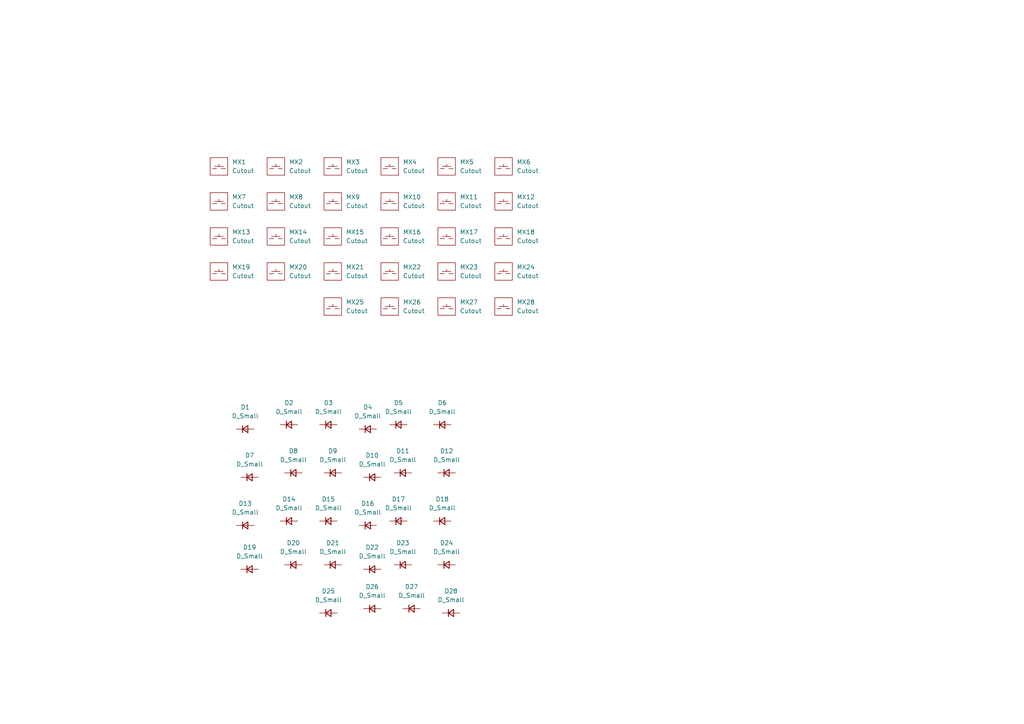
<source format=kicad_sch>
(kicad_sch (version 20231120) (generator "eeschema") (generator_version "8.0")
  (paper "A4")
  (lib_symbols
    (symbol "Device:D_Small" (pin_numbers hide) (pin_names (offset 0.254) hide)
      (property "Reference" "D" (at -1.27 2.032 0))
      (property "Value" "D_Small" (at -3.81 -2.032 0))
      (symbol "D_Small_0_1"
        (polyline (pts (xy -0.762 -1.016) (xy -0.762 1.016)) (stroke (width 0.254)))
        (polyline (pts (xy -0.762 0) (xy 0.762 0)))
        (polyline (pts (xy 0.762 -1.016) (xy -0.762 0) (xy 0.762 1.016) (xy 0.762 -1.016)) (stroke (width 0.254)))
      )
      (symbol "D_Small_1_1"
        (pin passive line (at -2.54 0 0) (length 1.778) (name "K") (number "1"))
        (pin passive line (at 2.54 0 180) (length 1.778) (name "A") (number "2"))
      )
    )
    (symbol "lib-zegonix:MX-SW-1u-Plate-Cutout"
      (property "Reference" "MX" (at 0 3.81 0))
      (property "Value" "Cutout" (at 0 -3.81 0))
      (symbol "MX-SW-1u-Plate-Cutout_0_1"
        (rectangle (start -2.54 2.54) (end 2.54 -2.54))
        (polyline (pts (xy -1.905 -0.635) (xy -0.635 -0.635)))
        (polyline (pts (xy -1.27 0) (xy 1.27 0)))
        (polyline (pts (xy 0 0.635) (xy 0 0)))
        (polyline (pts (xy 0.635 -0.635) (xy 1.905 -0.635)))
      )
    )
  )
  (symbol (lib_id "Device:D_Small") (at 128.27 123.19 0) (unit 1)
    (property "Reference" "D6" (at 128.27 116.84 0))
    (property "Value" "D_Small" (at 128.27 119.38 0))
    (property "Footprint" "Diode_SMD:D_0201_0603Metric" (effects (hide yes)))
    (property "Description" "Diode, small symbol" (effects (hide yes)))
    (property "Sim.Device" "D" (effects (hide yes)))
    (property "Sim.Pins" "1=K 2=A" (effects (hide yes)))
  )
  (symbol (lib_id "Device:D_Small") (at 115.57 123.19 0) (unit 1)
    (property "Reference" "D5" (at 115.57 116.84 0))
    (property "Value" "D_Small" (at 115.57 119.38 0))
    (property "Footprint" "Diode_SMD:D_0201_0603Metric" (effects (hide yes)))
    (property "Description" "Diode, small symbol" (effects (hide yes)))
    (property "Sim.Device" "D" (effects (hide yes)))
    (property "Sim.Pins" "1=K 2=A" (effects (hide yes)))
  )
  (symbol (lib_id "Device:D_Small") (at 130.81 177.8 0) (unit 1)
    (property "Reference" "D28" (at 130.81 171.45 0))
    (property "Value" "D_Small" (at 130.81 173.99 0))
    (property "Footprint" "Diode_SMD:D_0201_0603Metric" (effects (hide yes)))
    (property "Description" "Diode, small symbol" (effects (hide yes)))
    (property "Sim.Device" "D" (effects (hide yes)))
    (property "Sim.Pins" "1=K 2=A" (effects (hide yes)))
  )
  (symbol (lib_id "lib-zegonix:MX-SW-1u-Plate-Cutout") (at 113.03 78.74 0) (unit 1)
    (property "Reference" "MX22" (at 116.84 77.4699 0) (effects (justify left)))
    (property "Value" "Cutout" (at 116.84 80.0099 0) (effects (justify left)))
    (property "Footprint" "lib-zegonix:MX-SW-1u-Plate-Cutout" (effects (hide yes)))
  )
  (symbol (lib_id "Device:D_Small") (at 83.82 123.19 0) (unit 1)
    (property "Reference" "D2" (at 83.82 116.84 0))
    (property "Value" "D_Small" (at 83.82 119.38 0))
    (property "Footprint" "Diode_SMD:D_0201_0603Metric" (effects (hide yes)))
    (property "Description" "Diode, small symbol" (effects (hide yes)))
    (property "Sim.Device" "D" (effects (hide yes)))
    (property "Sim.Pins" "1=K 2=A" (effects (hide yes)))
  )
  (symbol (lib_id "Device:D_Small") (at 107.95 176.53 0) (unit 1)
    (property "Reference" "D26" (at 107.95 170.18 0))
    (property "Value" "D_Small" (at 107.95 172.72 0))
    (property "Footprint" "Diode_SMD:D_0201_0603Metric" (effects (hide yes)))
    (property "Description" "Diode, small symbol" (effects (hide yes)))
    (property "Sim.Device" "D" (effects (hide yes)))
    (property "Sim.Pins" "1=K 2=A" (effects (hide yes)))
  )
  (symbol (lib_id "Device:D_Small") (at 95.25 177.8 0) (unit 1)
    (property "Reference" "D25" (at 95.25 171.45 0))
    (property "Value" "D_Small" (at 95.25 173.99 0))
    (property "Footprint" "Diode_SMD:D_0201_0603Metric" (effects (hide yes)))
    (property "Description" "Diode, small symbol" (effects (hide yes)))
    (property "Sim.Device" "D" (effects (hide yes)))
    (property "Sim.Pins" "1=K 2=A" (effects (hide yes)))
  )
  (symbol (lib_id "Device:D_Small") (at 96.52 163.83 0) (unit 1)
    (property "Reference" "D21" (at 96.52 157.48 0))
    (property "Value" "D_Small" (at 96.52 160.02 0))
    (property "Footprint" "Diode_SMD:D_0201_0603Metric" (effects (hide yes)))
    (property "Description" "Diode, small symbol" (effects (hide yes)))
    (property "Sim.Device" "D" (effects (hide yes)))
    (property "Sim.Pins" "1=K 2=A" (effects (hide yes)))
  )
  (symbol (lib_id "Device:D_Small") (at 119.38 176.53 0) (unit 1)
    (property "Reference" "D27" (at 119.38 170.18 0))
    (property "Value" "D_Small" (at 119.38 172.72 0))
    (property "Footprint" "Diode_SMD:D_0201_0603Metric" (effects (hide yes)))
    (property "Description" "Diode, small symbol" (effects (hide yes)))
    (property "Sim.Device" "D" (effects (hide yes)))
    (property "Sim.Pins" "1=K 2=A" (effects (hide yes)))
  )
  (symbol (lib_id "Device:D_Small") (at 129.54 137.16 0) (unit 1)
    (property "Reference" "D12" (at 129.54 130.81 0))
    (property "Value" "D_Small" (at 129.54 133.35 0))
    (property "Footprint" "Diode_SMD:D_0201_0603Metric" (effects (hide yes)))
    (property "Description" "Diode, small symbol" (effects (hide yes)))
    (property "Sim.Device" "D" (effects (hide yes)))
    (property "Sim.Pins" "1=K 2=A" (effects (hide yes)))
  )
  (symbol (lib_id "Device:D_Small") (at 128.27 151.13 0) (unit 1)
    (property "Reference" "D18" (at 128.27 144.78 0))
    (property "Value" "D_Small" (at 128.27 147.32 0))
    (property "Footprint" "Diode_SMD:D_0201_0603Metric" (effects (hide yes)))
    (property "Description" "Diode, small symbol" (effects (hide yes)))
    (property "Sim.Device" "D" (effects (hide yes)))
    (property "Sim.Pins" "1=K 2=A" (effects (hide yes)))
  )
  (symbol (lib_id "lib-zegonix:MX-SW-1u-Plate-Cutout") (at 146.05 88.9 0) (unit 1)
    (property "Reference" "MX28" (at 149.86 87.6299 0) (effects (justify left)))
    (property "Value" "Cutout" (at 149.86 90.1699 0) (effects (justify left)))
    (property "Footprint" "lib-zegonix:MX-SW-1u-Plate-Cutout" (effects (hide yes)))
  )
  (symbol (lib_id "Device:D_Small") (at 107.95 165.1 0) (unit 1)
    (property "Reference" "D22" (at 107.95 158.75 0))
    (property "Value" "D_Small" (at 107.95 161.29 0))
    (property "Footprint" "Diode_SMD:D_0201_0603Metric" (effects (hide yes)))
    (property "Description" "Diode, small symbol" (effects (hide yes)))
    (property "Sim.Device" "D" (effects (hide yes)))
    (property "Sim.Pins" "1=K 2=A" (effects (hide yes)))
  )
  (symbol (lib_id "lib-zegonix:MX-SW-1u-Plate-Cutout") (at 129.54 78.74 0) (unit 1)
    (property "Reference" "MX23" (at 133.35 77.4699 0) (effects (justify left)))
    (property "Value" "Cutout" (at 133.35 80.0099 0) (effects (justify left)))
    (property "Footprint" "lib-zegonix:MX-SW-1u-Plate-Cutout" (effects (hide yes)))
  )
  (symbol (lib_id "lib-zegonix:MX-SW-1u-Plate-Cutout") (at 113.03 58.42 0) (unit 1)
    (property "Reference" "MX10" (at 116.84 57.1499 0) (effects (justify left)))
    (property "Value" "Cutout" (at 116.84 59.6899 0) (effects (justify left)))
    (property "Footprint" "lib-zegonix:MX-SW-1u-Plate-Cutout" (effects (hide yes)))
  )
  (symbol (lib_id "Device:D_Small") (at 107.95 138.43 0) (unit 1)
    (property "Reference" "D10" (at 107.95 132.08 0))
    (property "Value" "D_Small" (at 107.95 134.62 0))
    (property "Footprint" "Diode_SMD:D_0201_0603Metric" (effects (hide yes)))
    (property "Description" "Diode, small symbol" (effects (hide yes)))
    (property "Sim.Device" "D" (effects (hide yes)))
    (property "Sim.Pins" "1=K 2=A" (effects (hide yes)))
  )
  (symbol (lib_id "Device:D_Small") (at 85.09 163.83 0) (unit 1)
    (property "Reference" "D20" (at 85.09 157.48 0))
    (property "Value" "D_Small" (at 85.09 160.02 0))
    (property "Footprint" "Diode_SMD:D_0201_0603Metric" (effects (hide yes)))
    (property "Description" "Diode, small symbol" (effects (hide yes)))
    (property "Sim.Device" "D" (effects (hide yes)))
    (property "Sim.Pins" "1=K 2=A" (effects (hide yes)))
  )
  (symbol (lib_id "lib-zegonix:MX-SW-1u-Plate-Cutout") (at 80.01 58.42 0) (unit 1)
    (property "Reference" "MX8" (at 83.82 57.1499 0) (effects (justify left)))
    (property "Value" "Cutout" (at 83.82 59.6899 0) (effects (justify left)))
    (property "Footprint" "lib-zegonix:MX-SW-1u-Plate-Cutout" (effects (hide yes)))
  )
  (symbol (lib_id "Device:D_Small") (at 106.68 152.4 0) (unit 1)
    (property "Reference" "D16" (at 106.68 146.05 0))
    (property "Value" "D_Small" (at 106.68 148.59 0))
    (property "Footprint" "Diode_SMD:D_0201_0603Metric" (effects (hide yes)))
    (property "Description" "Diode, small symbol" (effects (hide yes)))
    (property "Sim.Device" "D" (effects (hide yes)))
    (property "Sim.Pins" "1=K 2=A" (effects (hide yes)))
  )
  (symbol (lib_id "lib-zegonix:MX-SW-1u-Plate-Cutout") (at 113.03 88.9 0) (unit 1)
    (property "Reference" "MX26" (at 116.84 87.6299 0) (effects (justify left)))
    (property "Value" "Cutout" (at 116.84 90.1699 0) (effects (justify left)))
    (property "Footprint" "lib-zegonix:MX-SW-1u-Plate-Cutout" (effects (hide yes)))
  )
  (symbol (lib_id "lib-zegonix:MX-SW-1u-Plate-Cutout") (at 63.5 68.58 0) (unit 1)
    (property "Reference" "MX13" (at 67.31 67.3099 0) (effects (justify left)))
    (property "Value" "Cutout" (at 67.31 69.8499 0) (effects (justify left)))
    (property "Footprint" "lib-zegonix:MX-SW-1u-Plate-Cutout" (effects (hide yes)))
  )
  (symbol (lib_id "lib-zegonix:MX-SW-1u-Plate-Cutout") (at 80.01 78.74 0) (unit 1)
    (property "Reference" "MX20" (at 83.82 77.4699 0) (effects (justify left)))
    (property "Value" "Cutout" (at 83.82 80.0099 0) (effects (justify left)))
    (property "Footprint" "lib-zegonix:MX-SW-1u-Plate-Cutout" (effects (hide yes)))
  )
  (symbol (lib_id "Device:D_Small") (at 129.54 163.83 0) (unit 1)
    (property "Reference" "D24" (at 129.54 157.48 0))
    (property "Value" "D_Small" (at 129.54 160.02 0))
    (property "Footprint" "Diode_SMD:D_0201_0603Metric" (effects (hide yes)))
    (property "Description" "Diode, small symbol" (effects (hide yes)))
    (property "Sim.Device" "D" (effects (hide yes)))
    (property "Sim.Pins" "1=K 2=A" (effects (hide yes)))
  )
  (symbol (lib_id "Device:D_Small") (at 115.57 151.13 0) (unit 1)
    (property "Reference" "D17" (at 115.57 144.78 0))
    (property "Value" "D_Small" (at 115.57 147.32 0))
    (property "Footprint" "Diode_SMD:D_0201_0603Metric" (effects (hide yes)))
    (property "Description" "Diode, small symbol" (effects (hide yes)))
    (property "Sim.Device" "D" (effects (hide yes)))
    (property "Sim.Pins" "1=K 2=A" (effects (hide yes)))
  )
  (symbol (lib_id "lib-zegonix:MX-SW-1u-Plate-Cutout") (at 63.5 48.26 0) (unit 1)
    (property "Reference" "MX1" (at 67.31 46.9899 0) (effects (justify left)))
    (property "Value" "Cutout" (at 67.31 49.5299 0) (effects (justify left)))
    (property "Footprint" "lib-zegonix:MX-SW-1u-Plate-Cutout" (effects (hide yes)))
  )
  (symbol (lib_id "Device:D_Small") (at 95.25 151.13 0) (unit 1)
    (property "Reference" "D15" (at 95.25 144.78 0))
    (property "Value" "D_Small" (at 95.25 147.32 0))
    (property "Footprint" "Diode_SMD:D_0201_0603Metric" (effects (hide yes)))
    (property "Description" "Diode, small symbol" (effects (hide yes)))
    (property "Sim.Device" "D" (effects (hide yes)))
    (property "Sim.Pins" "1=K 2=A" (effects (hide yes)))
  )
  (symbol (lib_id "lib-zegonix:MX-SW-1u-Plate-Cutout") (at 146.05 58.42 0) (unit 1)
    (property "Reference" "MX12" (at 149.86 57.1499 0) (effects (justify left)))
    (property "Value" "Cutout" (at 149.86 59.6899 0) (effects (justify left)))
    (property "Footprint" "lib-zegonix:MX-SW-1u-Plate-Cutout" (effects (hide yes)))
  )
  (symbol (lib_id "Device:D_Small") (at 71.12 124.46 0) (unit 1)
    (property "Reference" "D1" (at 71.12 118.11 0))
    (property "Value" "D_Small" (at 71.12 120.65 0))
    (property "Footprint" "Diode_SMD:D_0201_0603Metric" (effects (hide yes)))
    (property "Description" "Diode, small symbol" (effects (hide yes)))
    (property "Sim.Device" "D" (effects (hide yes)))
    (property "Sim.Pins" "1=K 2=A" (effects (hide yes)))
  )
  (symbol (lib_id "lib-zegonix:MX-SW-1u-Plate-Cutout") (at 63.5 58.42 0) (unit 1)
    (property "Reference" "MX7" (at 67.31 57.1499 0) (effects (justify left)))
    (property "Value" "Cutout" (at 67.31 59.6899 0) (effects (justify left)))
    (property "Footprint" "lib-zegonix:MX-SW-1u-Plate-Cutout" (effects (hide yes)))
  )
  (symbol (lib_id "lib-zegonix:MX-SW-1u-Plate-Cutout") (at 80.01 68.58 0) (unit 1)
    (property "Reference" "MX14" (at 83.82 67.3099 0) (effects (justify left)))
    (property "Value" "Cutout" (at 83.82 69.8499 0) (effects (justify left)))
    (property "Footprint" "lib-zegonix:MX-SW-1u-Plate-Cutout" (effects (hide yes)))
  )
  (symbol (lib_id "Device:D_Small") (at 116.84 163.83 0) (unit 1)
    (property "Reference" "D23" (at 116.84 157.48 0))
    (property "Value" "D_Small" (at 116.84 160.02 0))
    (property "Footprint" "Diode_SMD:D_0201_0603Metric" (effects (hide yes)))
    (property "Description" "Diode, small symbol" (effects (hide yes)))
    (property "Sim.Device" "D" (effects (hide yes)))
    (property "Sim.Pins" "1=K 2=A" (effects (hide yes)))
  )
  (symbol (lib_id "Device:D_Small") (at 116.84 137.16 0) (unit 1)
    (property "Reference" "D11" (at 116.84 130.81 0))
    (property "Value" "D_Small" (at 116.84 133.35 0))
    (property "Footprint" "Diode_SMD:D_0201_0603Metric" (effects (hide yes)))
    (property "Description" "Diode, small symbol" (effects (hide yes)))
    (property "Sim.Device" "D" (effects (hide yes)))
    (property "Sim.Pins" "1=K 2=A" (effects (hide yes)))
  )
  (symbol (lib_id "lib-zegonix:MX-SW-1u-Plate-Cutout") (at 96.52 78.74 0) (unit 1)
    (property "Reference" "MX21" (at 100.33 77.4699 0) (effects (justify left)))
    (property "Value" "Cutout" (at 100.33 80.0099 0) (effects (justify left)))
    (property "Footprint" "lib-zegonix:MX-SW-1u-Plate-Cutout" (effects (hide yes)))
  )
  (symbol (lib_id "lib-zegonix:MX-SW-1u-Plate-Cutout") (at 80.01 48.26 0) (unit 1)
    (property "Reference" "MX2" (at 83.82 46.9899 0) (effects (justify left)))
    (property "Value" "Cutout" (at 83.82 49.5299 0) (effects (justify left)))
    (property "Footprint" "lib-zegonix:MX-SW-1u-Plate-Cutout" (effects (hide yes)))
  )
  (symbol (lib_id "Device:D_Small") (at 85.09 137.16 0) (unit 1)
    (property "Reference" "D8" (at 85.09 130.81 0))
    (property "Value" "D_Small" (at 85.09 133.35 0))
    (property "Footprint" "Diode_SMD:D_0201_0603Metric" (effects (hide yes)))
    (property "Description" "Diode, small symbol" (effects (hide yes)))
    (property "Sim.Device" "D" (effects (hide yes)))
    (property "Sim.Pins" "1=K 2=A" (effects (hide yes)))
  )
  (symbol (lib_id "lib-zegonix:MX-SW-1u-Plate-Cutout") (at 129.54 48.26 0) (unit 1)
    (property "Reference" "MX5" (at 133.35 46.9899 0) (effects (justify left)))
    (property "Value" "Cutout" (at 133.35 49.5299 0) (effects (justify left)))
    (property "Footprint" "lib-zegonix:MX-SW-1u-Plate-Cutout" (effects (hide yes)))
  )
  (symbol (lib_id "lib-zegonix:MX-SW-1u-Plate-Cutout") (at 146.05 68.58 0) (unit 1)
    (property "Reference" "MX18" (at 149.86 67.3099 0) (effects (justify left)))
    (property "Value" "Cutout" (at 149.86 69.8499 0) (effects (justify left)))
    (property "Footprint" "lib-zegonix:MX-SW-1u-Plate-Cutout" (effects (hide yes)))
  )
  (symbol (lib_id "lib-zegonix:MX-SW-1u-Plate-Cutout") (at 146.05 48.26 0) (unit 1)
    (property "Reference" "MX6" (at 149.86 46.9899 0) (effects (justify left)))
    (property "Value" "Cutout" (at 149.86 49.5299 0) (effects (justify left)))
    (property "Footprint" "lib-zegonix:MX-SW-1u-Plate-Cutout" (effects (hide yes)))
  )
  (symbol (lib_id "lib-zegonix:MX-SW-1u-Plate-Cutout") (at 129.54 88.9 0) (unit 1)
    (property "Reference" "MX27" (at 133.35 87.6299 0) (effects (justify left)))
    (property "Value" "Cutout" (at 133.35 90.1699 0) (effects (justify left)))
    (property "Footprint" "lib-zegonix:MX-SW-1u-Plate-Cutout" (effects (hide yes)))
  )
  (symbol (lib_id "lib-zegonix:MX-SW-1u-Plate-Cutout") (at 146.05 78.74 0) (unit 1)
    (property "Reference" "MX24" (at 149.86 77.4699 0) (effects (justify left)))
    (property "Value" "Cutout" (at 149.86 80.0099 0) (effects (justify left)))
    (property "Footprint" "lib-zegonix:MX-SW-1u-Plate-Cutout" (effects (hide yes)))
  )
  (symbol (lib_id "lib-zegonix:MX-SW-1u-Plate-Cutout") (at 129.54 58.42 0) (unit 1)
    (property "Reference" "MX11" (at 133.35 57.1499 0) (effects (justify left)))
    (property "Value" "Cutout" (at 133.35 59.6899 0) (effects (justify left)))
    (property "Footprint" "lib-zegonix:MX-SW-1u-Plate-Cutout" (effects (hide yes)))
  )
  (symbol (lib_id "Device:D_Small") (at 96.52 137.16 0) (unit 1)
    (property "Reference" "D9" (at 96.52 130.81 0))
    (property "Value" "D_Small" (at 96.52 133.35 0))
    (property "Footprint" "Diode_SMD:D_0201_0603Metric" (effects (hide yes)))
    (property "Description" "Diode, small symbol" (effects (hide yes)))
    (property "Sim.Device" "D" (effects (hide yes)))
    (property "Sim.Pins" "1=K 2=A" (effects (hide yes)))
  )
  (symbol (lib_id "lib-zegonix:MX-SW-1u-Plate-Cutout") (at 96.52 68.58 0) (unit 1)
    (property "Reference" "MX15" (at 100.33 67.3099 0) (effects (justify left)))
    (property "Value" "Cutout" (at 100.33 69.8499 0) (effects (justify left)))
    (property "Footprint" "lib-zegonix:MX-SW-1u-Plate-Cutout" (effects (hide yes)))
  )
  (symbol (lib_id "Device:D_Small") (at 72.39 138.43 0) (unit 1)
    (property "Reference" "D7" (at 72.39 132.08 0))
    (property "Value" "D_Small" (at 72.39 134.62 0))
    (property "Footprint" "Diode_SMD:D_0201_0603Metric" (effects (hide yes)))
    (property "Description" "Diode, small symbol" (effects (hide yes)))
    (property "Sim.Device" "D" (effects (hide yes)))
    (property "Sim.Pins" "1=K 2=A" (effects (hide yes)))
  )
  (symbol (lib_id "Device:D_Small") (at 71.12 152.4 0) (unit 1)
    (property "Reference" "D13" (at 71.12 146.05 0))
    (property "Value" "D_Small" (at 71.12 148.59 0))
    (property "Footprint" "Diode_SMD:D_0201_0603Metric" (effects (hide yes)))
    (property "Description" "Diode, small symbol" (effects (hide yes)))
    (property "Sim.Device" "D" (effects (hide yes)))
    (property "Sim.Pins" "1=K 2=A" (effects (hide yes)))
  )
  (symbol (lib_id "Device:D_Small") (at 83.82 151.13 0) (unit 1)
    (property "Reference" "D14" (at 83.82 144.78 0))
    (property "Value" "D_Small" (at 83.82 147.32 0))
    (property "Footprint" "Diode_SMD:D_0201_0603Metric" (effects (hide yes)))
    (property "Description" "Diode, small symbol" (effects (hide yes)))
    (property "Sim.Device" "D" (effects (hide yes)))
    (property "Sim.Pins" "1=K 2=A" (effects (hide yes)))
  )
  (symbol (lib_id "Device:D_Small") (at 95.25 123.19 0) (unit 1)
    (property "Reference" "D3" (at 95.25 116.84 0))
    (property "Value" "D_Small" (at 95.25 119.38 0))
    (property "Footprint" "Diode_SMD:D_0201_0603Metric" (effects (hide yes)))
    (property "Description" "Diode, small symbol" (effects (hide yes)))
    (property "Sim.Device" "D" (effects (hide yes)))
    (property "Sim.Pins" "1=K 2=A" (effects (hide yes)))
  )
  (symbol (lib_id "lib-zegonix:MX-SW-1u-Plate-Cutout") (at 96.52 88.9 0) (unit 1)
    (property "Reference" "MX25" (at 100.33 87.6299 0) (effects (justify left)))
    (property "Value" "Cutout" (at 100.33 90.1699 0) (effects (justify left)))
    (property "Footprint" "lib-zegonix:MX-SW-1u-Plate-Cutout" (effects (hide yes)))
  )
  (symbol (lib_id "lib-zegonix:MX-SW-1u-Plate-Cutout") (at 96.52 48.26 0) (unit 1)
    (property "Reference" "MX3" (at 100.33 46.9899 0) (effects (justify left)))
    (property "Value" "Cutout" (at 100.33 49.5299 0) (effects (justify left)))
    (property "Footprint" "lib-zegonix:MX-SW-1u-Plate-Cutout" (effects (hide yes)))
  )
  (symbol (lib_id "lib-zegonix:MX-SW-1u-Plate-Cutout") (at 113.03 48.26 0) (unit 1)
    (property "Reference" "MX4" (at 116.84 46.9899 0) (effects (justify left)))
    (property "Value" "Cutout" (at 116.84 49.5299 0) (effects (justify left)))
    (property "Footprint" "lib-zegonix:MX-SW-1u-Plate-Cutout" (effects (hide yes)))
  )
  (symbol (lib_id "lib-zegonix:MX-SW-1u-Plate-Cutout") (at 96.52 58.42 0) (unit 1)
    (property "Reference" "MX9" (at 100.33 57.1499 0) (effects (justify left)))
    (property "Value" "Cutout" (at 100.33 59.6899 0) (effects (justify left)))
    (property "Footprint" "lib-zegonix:MX-SW-1u-Plate-Cutout" (effects (hide yes)))
  )
  (symbol (lib_id "Device:D_Small") (at 106.68 124.46 0) (unit 1)
    (property "Reference" "D4" (at 106.68 118.11 0))
    (property "Value" "D_Small" (at 106.68 120.65 0))
    (property "Footprint" "Diode_SMD:D_0201_0603Metric" (effects (hide yes)))
    (property "Description" "Diode, small symbol" (effects (hide yes)))
    (property "Sim.Device" "D" (effects (hide yes)))
    (property "Sim.Pins" "1=K 2=A" (effects (hide yes)))
  )
  (symbol (lib_id "lib-zegonix:MX-SW-1u-Plate-Cutout") (at 129.54 68.58 0) (unit 1)
    (property "Reference" "MX17" (at 133.35 67.3099 0) (effects (justify left)))
    (property "Value" "Cutout" (at 133.35 69.8499 0) (effects (justify left)))
    (property "Footprint" "lib-zegonix:MX-SW-1u-Plate-Cutout" (effects (hide yes)))
  )
  (symbol (lib_id "lib-zegonix:MX-SW-1u-Plate-Cutout") (at 113.03 68.58 0) (unit 1)
    (property "Reference" "MX16" (at 116.84 67.3099 0) (effects (justify left)))
    (property "Value" "Cutout" (at 116.84 69.8499 0) (effects (justify left)))
    (property "Footprint" "lib-zegonix:MX-SW-1u-Plate-Cutout" (effects (hide yes)))
  )
  (symbol (lib_id "Device:D_Small") (at 72.39 165.1 0) (unit 1)
    (property "Reference" "D19" (at 72.39 158.75 0))
    (property "Value" "D_Small" (at 72.39 161.29 0))
    (property "Footprint" "Diode_SMD:D_0201_0603Metric" (effects (hide yes)))
    (property "Description" "Diode, small symbol" (effects (hide yes)))
    (property "Sim.Device" "D" (effects (hide yes)))
    (property "Sim.Pins" "1=K 2=A" (effects (hide yes)))
  )
  (symbol (lib_id "lib-zegonix:MX-SW-1u-Plate-Cutout") (at 63.5 78.74 0) (unit 1)
    (property "Reference" "MX19" (at 67.31 77.4699 0) (effects (justify left)))
    (property "Value" "Cutout" (at 67.31 80.0099 0) (effects (justify left)))
    (property "Footprint" "lib-zegonix:MX-SW-1u-Plate-Cutout" (effects (hide yes)))
  )
)
</source>
